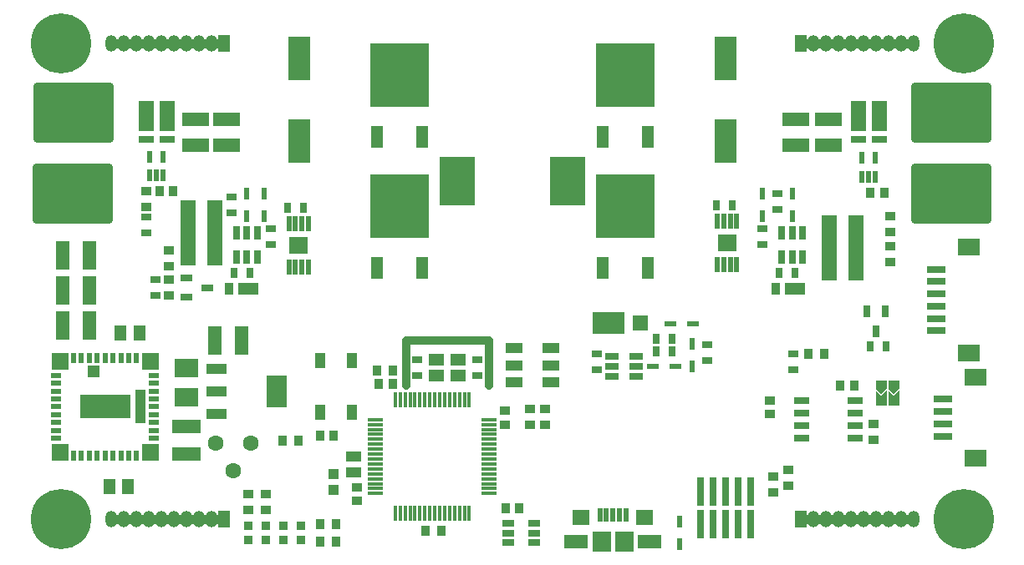
<source format=gts>
G04*
G04 #@! TF.GenerationSoftware,Altium Limited,Altium Designer,21.0.8 (223)*
G04*
G04 Layer_Color=8388736*
%FSLAX25Y25*%
%MOIN*%
G70*
G04*
G04 #@! TF.SameCoordinates,7920E5AB-F19E-47E3-9C16-B8E2F772CBAB*
G04*
G04*
G04 #@! TF.FilePolarity,Negative*
G04*
G01*
G75*
%ADD68R,0.04528X0.02362*%
%ADD74C,0.03543*%
%ADD75R,0.03543X0.03543*%
%ADD76R,0.01567X0.06201*%
%ADD77R,0.06201X0.01567*%
%ADD78R,0.09055X0.06693*%
%ADD79R,0.07480X0.03150*%
%ADD80C,0.06299*%
%ADD81R,0.04331X0.03937*%
%ADD82R,0.03543X0.04331*%
%ADD83R,0.04331X0.03543*%
%ADD84R,0.02520X0.04095*%
%ADD85R,0.04095X0.02520*%
%ADD86R,0.05906X0.04921*%
%ADD87R,0.02362X0.04528*%
%ADD88R,0.06102X0.25984*%
%ADD89R,0.04724X0.02953*%
%ADD90R,0.02953X0.04724*%
%ADD91C,0.01575*%
%ADD92R,0.03465X0.04252*%
%ADD93R,0.04252X0.03465*%
%ADD94R,0.12598X0.09055*%
%ADD95R,0.06299X0.06378*%
%ADD96R,0.08268X0.04724*%
%ADD97R,0.03543X0.04724*%
%ADD98R,0.01968X0.05709*%
%ADD99R,0.06693X0.05906*%
%ADD100R,0.09449X0.05512*%
%ADD101R,0.07480X0.07874*%
%ADD102R,0.11102X0.05354*%
%ADD103R,0.06280X0.12008*%
%ADD104R,0.06280X0.03150*%
G04:AMPARAMS|DCode=105|XSize=318.9mil|YSize=240.16mil|CornerRadius=13.78mil|HoleSize=0mil|Usage=FLASHONLY|Rotation=0.000|XOffset=0mil|YOffset=0mil|HoleType=Round|Shape=RoundedRectangle|*
%AMROUNDEDRECTD105*
21,1,0.31890,0.21260,0,0,0.0*
21,1,0.29134,0.24016,0,0,0.0*
1,1,0.02756,0.14567,-0.10630*
1,1,0.02756,-0.14567,-0.10630*
1,1,0.02756,-0.14567,0.10630*
1,1,0.02756,0.14567,0.10630*
%
%ADD105ROUNDEDRECTD105*%
%ADD106R,0.02756X0.05315*%
%ADD107R,0.14370X0.19685*%
%ADD108R,0.06398X0.02953*%
%ADD109R,0.05118X0.09055*%
%ADD110R,0.23228X0.25591*%
%ADD111R,0.08858X0.17323*%
%ADD112R,0.01968X0.05118*%
%ADD113R,0.02165X0.06004*%
%ADD114R,0.07795X0.07008*%
%ADD115R,0.05315X0.02756*%
%ADD116R,0.06181X0.04409*%
%ADD117R,0.06890X0.06890*%
%ADD118R,0.02362X0.04134*%
%ADD119R,0.04134X0.02362*%
%ADD120R,0.20079X0.09646*%
%ADD121R,0.04803X0.04528*%
%ADD122R,0.04331X0.13386*%
%ADD123R,0.04331X0.06496*%
%ADD124R,0.02953X0.11614*%
%ADD125R,0.07874X0.03937*%
%ADD126R,0.07874X0.12992*%
%ADD127R,0.04921X0.02756*%
%ADD128R,0.09252X0.07284*%
%ADD129R,0.05512X0.11496*%
%ADD130R,0.11496X0.05512*%
%ADD131R,0.06693X0.04331*%
%ADD132R,0.04528X0.05906*%
%ADD133C,0.03347*%
%ADD134R,0.04724X0.06693*%
%ADD135O,0.04724X0.06693*%
%ADD136C,0.03740*%
%ADD137C,0.24016*%
G36*
X349165Y67066D02*
X347000Y64900D01*
X344834Y67066D01*
X344834Y70500D01*
X349165D01*
X349165Y67066D01*
D02*
G37*
G36*
X344165D02*
X342000Y64900D01*
X339834Y67066D01*
X339834Y70500D01*
X344165D01*
X344165Y67066D01*
D02*
G37*
G36*
X349166Y60400D02*
X344835D01*
X344835Y66465D01*
X347000Y64300D01*
X349165Y66465D01*
X349166Y60400D01*
D02*
G37*
G36*
X344165D02*
X339835D01*
X339835Y66465D01*
X342000Y64300D01*
X344165Y66465D01*
X344165Y60400D01*
D02*
G37*
D68*
X251020Y76000D02*
D03*
X259980D02*
D03*
X266961Y93000D02*
D03*
X258000D02*
D03*
D74*
X310000Y205000D02*
X355000D01*
X35000Y15000D02*
X80000D01*
X310000D02*
X355000D01*
X35000Y205000D02*
X80000D01*
D75*
X89500Y12453D02*
D03*
Y6547D02*
D03*
X96500D02*
D03*
Y12453D02*
D03*
X103500D02*
D03*
Y6547D02*
D03*
X110500D02*
D03*
Y12453D02*
D03*
D76*
X177764Y62590D02*
D03*
X175795D02*
D03*
X173827D02*
D03*
X171858D02*
D03*
X169890D02*
D03*
X167921D02*
D03*
X165953D02*
D03*
X163984D02*
D03*
X162016D02*
D03*
X160047D02*
D03*
X158079D02*
D03*
X156110D02*
D03*
X154142D02*
D03*
X152173D02*
D03*
X150205D02*
D03*
X148236D02*
D03*
Y17410D02*
D03*
X150205D02*
D03*
X152173D02*
D03*
X154142D02*
D03*
X156110D02*
D03*
X158079D02*
D03*
X160047D02*
D03*
X162016D02*
D03*
X163984D02*
D03*
X165953D02*
D03*
X167921D02*
D03*
X169890D02*
D03*
X171858D02*
D03*
X173827D02*
D03*
X175795D02*
D03*
X177764D02*
D03*
D77*
X140409Y54764D02*
D03*
Y52795D02*
D03*
Y50827D02*
D03*
Y48858D02*
D03*
Y46890D02*
D03*
Y44921D02*
D03*
Y42953D02*
D03*
Y40984D02*
D03*
Y39016D02*
D03*
Y37047D02*
D03*
Y35079D02*
D03*
Y33110D02*
D03*
Y31142D02*
D03*
Y29173D02*
D03*
Y27205D02*
D03*
Y25236D02*
D03*
X185591D02*
D03*
Y27205D02*
D03*
Y29173D02*
D03*
Y31142D02*
D03*
Y33110D02*
D03*
Y35079D02*
D03*
Y37047D02*
D03*
Y39016D02*
D03*
Y40984D02*
D03*
Y42953D02*
D03*
Y44921D02*
D03*
Y46890D02*
D03*
Y48858D02*
D03*
Y50827D02*
D03*
Y52795D02*
D03*
Y54764D02*
D03*
D78*
X379650Y39260D02*
D03*
Y71740D02*
D03*
X377000Y123661D02*
D03*
Y81339D02*
D03*
D79*
X366657Y62882D02*
D03*
Y57961D02*
D03*
Y53039D02*
D03*
Y48118D02*
D03*
X364008Y114803D02*
D03*
Y109882D02*
D03*
Y104961D02*
D03*
Y100039D02*
D03*
Y95118D02*
D03*
Y90197D02*
D03*
D80*
X90500Y45500D02*
D03*
X83500Y34500D02*
D03*
X76500Y45500D02*
D03*
D81*
X123500Y26850D02*
D03*
Y33150D02*
D03*
D82*
X312850Y81000D02*
D03*
X319150D02*
D03*
X109650Y46500D02*
D03*
X103350D02*
D03*
X160350Y10500D02*
D03*
X166650D02*
D03*
X147150Y74500D02*
D03*
X140850D02*
D03*
X124650Y13000D02*
D03*
X118350D02*
D03*
Y6000D02*
D03*
X124650D02*
D03*
D83*
X49000Y139850D02*
D03*
Y146150D02*
D03*
X305000Y28350D02*
D03*
Y34650D02*
D03*
X299000Y25850D02*
D03*
Y32150D02*
D03*
X339000Y46850D02*
D03*
Y53150D02*
D03*
X57937Y115925D02*
D03*
Y122224D02*
D03*
Y104425D02*
D03*
Y110724D02*
D03*
X345500Y129850D02*
D03*
Y136150D02*
D03*
Y117850D02*
D03*
Y124150D02*
D03*
X208000Y59150D02*
D03*
Y52850D02*
D03*
X202000D02*
D03*
Y59150D02*
D03*
X89500Y25150D02*
D03*
Y18850D02*
D03*
X96500D02*
D03*
Y25150D02*
D03*
D84*
X344000Y84000D02*
D03*
X337701D02*
D03*
X83850Y113500D02*
D03*
X90150D02*
D03*
X282697Y140403D02*
D03*
X276398D02*
D03*
X111650Y139500D02*
D03*
X105350D02*
D03*
X252350Y82000D02*
D03*
X258650D02*
D03*
X252350Y87000D02*
D03*
X258650D02*
D03*
X301350Y113500D02*
D03*
X307650D02*
D03*
D85*
X52500Y104350D02*
D03*
Y110650D02*
D03*
X157000Y78650D02*
D03*
Y72350D02*
D03*
X181000D02*
D03*
Y78650D02*
D03*
X307000Y74850D02*
D03*
Y81150D02*
D03*
X49000Y129350D02*
D03*
Y135650D02*
D03*
X83000Y143650D02*
D03*
Y137350D02*
D03*
X98500Y124850D02*
D03*
Y131150D02*
D03*
X228500Y74850D02*
D03*
Y81150D02*
D03*
X272500Y84650D02*
D03*
Y78350D02*
D03*
X300500Y145000D02*
D03*
Y138701D02*
D03*
X294500Y124850D02*
D03*
Y131150D02*
D03*
D86*
X173231Y78750D02*
D03*
X164569D02*
D03*
Y72450D02*
D03*
X173231D02*
D03*
D87*
X261500Y13980D02*
D03*
Y5020D02*
D03*
X89000Y144980D02*
D03*
Y136020D02*
D03*
X96000D02*
D03*
Y144980D02*
D03*
X266500Y76020D02*
D03*
Y84980D02*
D03*
X306500Y144980D02*
D03*
Y136020D02*
D03*
X294500D02*
D03*
Y144980D02*
D03*
D88*
X331815Y123500D02*
D03*
X321185D02*
D03*
X65685Y129500D02*
D03*
X76315D02*
D03*
D89*
X64866Y111279D02*
D03*
Y103720D02*
D03*
X73134Y107500D02*
D03*
D90*
X343779Y98134D02*
D03*
X336221D02*
D03*
X340000Y89866D02*
D03*
D91*
X347000Y62500D02*
D03*
Y68500D02*
D03*
X342000D02*
D03*
Y62500D02*
D03*
D92*
X331256Y68500D02*
D03*
X325744D02*
D03*
X54244Y146000D02*
D03*
X59756D02*
D03*
X337744Y145500D02*
D03*
X343256D02*
D03*
X197756Y19500D02*
D03*
X192244D02*
D03*
X141744Y69000D02*
D03*
X147256D02*
D03*
X118244Y48500D02*
D03*
X123756D02*
D03*
D93*
X297500Y56988D02*
D03*
Y62500D02*
D03*
X192000Y58256D02*
D03*
Y52744D02*
D03*
X133000Y27756D02*
D03*
Y22244D02*
D03*
D94*
X233189Y93500D02*
D03*
D95*
X245866D02*
D03*
D96*
X89559Y107000D02*
D03*
X307559D02*
D03*
D97*
X82079D02*
D03*
X300079D02*
D03*
D98*
X240118Y16532D02*
D03*
X229882D02*
D03*
X232441D02*
D03*
X235000D02*
D03*
X237559D02*
D03*
D99*
X222402Y15646D02*
D03*
X247598D02*
D03*
D100*
X220236Y6000D02*
D03*
X249764D02*
D03*
D101*
X230472D02*
D03*
X239528D02*
D03*
D102*
X308000Y164264D02*
D03*
Y174736D02*
D03*
X321000D02*
D03*
Y164264D02*
D03*
X68500Y174736D02*
D03*
Y164264D02*
D03*
X81000Y174736D02*
D03*
Y164264D02*
D03*
D103*
X341146Y175862D02*
D03*
X332854D02*
D03*
X57146D02*
D03*
X48854D02*
D03*
D104*
X341146Y166709D02*
D03*
X332854D02*
D03*
X57146D02*
D03*
X48854D02*
D03*
D105*
X370000Y145000D02*
D03*
X19500D02*
D03*
X20000Y177500D02*
D03*
X370000D02*
D03*
D106*
X84866Y119579D02*
D03*
X89000D02*
D03*
X93134D02*
D03*
Y129421D02*
D03*
X89000D02*
D03*
X84866D02*
D03*
X302366Y119579D02*
D03*
X306500D02*
D03*
X310634D02*
D03*
Y129421D02*
D03*
X306500D02*
D03*
X302366D02*
D03*
D107*
X217047Y150000D02*
D03*
X172953D02*
D03*
D108*
X331677Y62500D02*
D03*
Y57500D02*
D03*
Y52500D02*
D03*
Y47500D02*
D03*
X310323D02*
D03*
Y52500D02*
D03*
Y57500D02*
D03*
Y62500D02*
D03*
D109*
X158976Y167697D02*
D03*
X141024D02*
D03*
X248976D02*
D03*
X231024D02*
D03*
X158976Y115197D02*
D03*
X141024D02*
D03*
X248976D02*
D03*
X231024D02*
D03*
D110*
X150000Y192500D02*
D03*
X240000D02*
D03*
X150000Y140000D02*
D03*
X240000D02*
D03*
D111*
X280000Y199035D02*
D03*
Y165965D02*
D03*
X110000Y199035D02*
D03*
Y165965D02*
D03*
D112*
X50441Y159740D02*
D03*
X55559D02*
D03*
Y152260D02*
D03*
X53000D02*
D03*
X50441D02*
D03*
X334441Y159240D02*
D03*
X339559D02*
D03*
Y151760D02*
D03*
X337000D02*
D03*
X334441D02*
D03*
D113*
X276709Y116695D02*
D03*
X279268D02*
D03*
X281827D02*
D03*
X284386D02*
D03*
Y134112D02*
D03*
X281827D02*
D03*
X279268D02*
D03*
X276709D02*
D03*
X105882Y115583D02*
D03*
X108441D02*
D03*
X111000D02*
D03*
X113559D02*
D03*
Y133000D02*
D03*
X111000D02*
D03*
X108441D02*
D03*
X105882D02*
D03*
D114*
X280547Y125403D02*
D03*
X109721Y124291D02*
D03*
D115*
X234579Y80134D02*
D03*
Y76000D02*
D03*
Y71866D02*
D03*
X244421D02*
D03*
Y76000D02*
D03*
Y80134D02*
D03*
D116*
X131500Y33850D02*
D03*
Y40150D02*
D03*
D117*
X14488Y41843D02*
D03*
X50512D02*
D03*
Y77866D02*
D03*
X14488D02*
D03*
D118*
X19902Y40465D02*
D03*
X23051D02*
D03*
X26201D02*
D03*
X29350D02*
D03*
X32500D02*
D03*
X35650D02*
D03*
X38799D02*
D03*
X41949D02*
D03*
X45098D02*
D03*
Y79244D02*
D03*
X41949D02*
D03*
X38799D02*
D03*
X35650D02*
D03*
X32500D02*
D03*
X29350D02*
D03*
X26201D02*
D03*
X23051D02*
D03*
X19902D02*
D03*
D119*
X51890Y47256D02*
D03*
Y50406D02*
D03*
Y53555D02*
D03*
Y56705D02*
D03*
Y59854D02*
D03*
Y63004D02*
D03*
Y66154D02*
D03*
Y69303D02*
D03*
Y72453D02*
D03*
X13110D02*
D03*
Y69303D02*
D03*
Y66154D02*
D03*
Y63004D02*
D03*
Y59854D02*
D03*
Y56705D02*
D03*
Y53555D02*
D03*
Y50406D02*
D03*
Y47256D02*
D03*
D120*
X32500Y59854D02*
D03*
D121*
X27827Y73929D02*
D03*
D122*
X46673Y59854D02*
D03*
D123*
X130799Y78335D02*
D03*
Y57665D02*
D03*
X118201Y78335D02*
D03*
Y57665D02*
D03*
D124*
X270000Y12905D02*
D03*
Y26094D02*
D03*
X275000Y12905D02*
D03*
Y26094D02*
D03*
X280000Y12905D02*
D03*
Y26094D02*
D03*
X285000Y12905D02*
D03*
Y26094D02*
D03*
X290000Y12905D02*
D03*
Y26094D02*
D03*
D125*
X76992Y75055D02*
D03*
Y66000D02*
D03*
Y56945D02*
D03*
D126*
X101008Y66000D02*
D03*
D127*
X193382Y5760D02*
D03*
Y9500D02*
D03*
Y13240D02*
D03*
X203618D02*
D03*
Y9500D02*
D03*
Y5760D02*
D03*
D128*
X65000Y63595D02*
D03*
Y75406D02*
D03*
D129*
X26354Y120354D02*
D03*
X15646D02*
D03*
X26354Y106354D02*
D03*
X15646D02*
D03*
X26354Y92354D02*
D03*
X15646D02*
D03*
X86854Y86500D02*
D03*
X76146D02*
D03*
D130*
X65000Y51854D02*
D03*
Y41146D02*
D03*
D131*
X210283Y69610D02*
D03*
Y76500D02*
D03*
Y83390D02*
D03*
X195717Y69610D02*
D03*
Y76500D02*
D03*
Y83390D02*
D03*
D132*
X46240Y89500D02*
D03*
X38760D02*
D03*
X34260Y28000D02*
D03*
X41740D02*
D03*
D133*
X185500Y68500D02*
Y86500D01*
X169000D02*
X185500D01*
X169000Y86500D02*
X169000Y86500D01*
X152500Y86500D02*
X169000D01*
X152500Y68500D02*
Y86500D01*
D134*
X310000Y205000D02*
D03*
X80000Y15000D02*
D03*
X310000D02*
D03*
X80000Y205000D02*
D03*
D135*
X315000D02*
D03*
X320000D02*
D03*
X325000D02*
D03*
X330000D02*
D03*
X335000D02*
D03*
X340000D02*
D03*
X345000D02*
D03*
X350000D02*
D03*
X355000D02*
D03*
X35000Y15000D02*
D03*
X40000D02*
D03*
X45000D02*
D03*
X50000D02*
D03*
X55000D02*
D03*
X60000D02*
D03*
X65000D02*
D03*
X70000D02*
D03*
X75000D02*
D03*
X315000D02*
D03*
X320000D02*
D03*
X325000D02*
D03*
X330000D02*
D03*
X335000D02*
D03*
X340000D02*
D03*
X345000D02*
D03*
X350000D02*
D03*
X355000D02*
D03*
X35000Y205000D02*
D03*
X40000D02*
D03*
X45000D02*
D03*
X50000D02*
D03*
X55000D02*
D03*
X60000D02*
D03*
X65000D02*
D03*
X70000D02*
D03*
X75000D02*
D03*
D136*
X366000Y153000D02*
D03*
X374000D02*
D03*
X382000D02*
D03*
X358000D02*
D03*
Y145000D02*
D03*
X366000D02*
D03*
X374000D02*
D03*
X382000D02*
D03*
Y137000D02*
D03*
X374000D02*
D03*
X366000D02*
D03*
X358000D02*
D03*
X7500D02*
D03*
X15500D02*
D03*
X23500D02*
D03*
X31500D02*
D03*
Y145000D02*
D03*
X23500D02*
D03*
X15500D02*
D03*
X7500D02*
D03*
Y153000D02*
D03*
X31500D02*
D03*
X23500D02*
D03*
X15500D02*
D03*
X8000Y169500D02*
D03*
X16000D02*
D03*
X24000D02*
D03*
X32000D02*
D03*
Y177500D02*
D03*
X24000D02*
D03*
X16000D02*
D03*
X8000D02*
D03*
Y185500D02*
D03*
X32000D02*
D03*
X24000D02*
D03*
X16000D02*
D03*
X366000D02*
D03*
X374000D02*
D03*
X382000D02*
D03*
X358000D02*
D03*
Y177500D02*
D03*
X366000D02*
D03*
X374000D02*
D03*
X382000D02*
D03*
Y169500D02*
D03*
X374000D02*
D03*
X366000D02*
D03*
X358000D02*
D03*
X40000Y62500D02*
D03*
X35000D02*
D03*
X30000D02*
D03*
X25000D02*
D03*
Y57500D02*
D03*
X30000D02*
D03*
X35000D02*
D03*
X40000D02*
D03*
D137*
X15000Y15000D02*
D03*
X375000D02*
D03*
X15000Y205000D02*
D03*
X375000D02*
D03*
M02*

</source>
